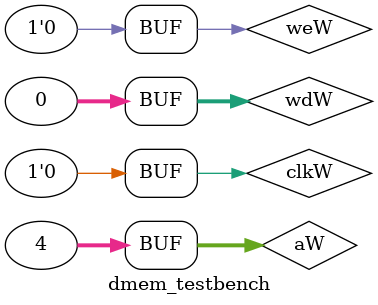
<source format=sv>

module dmem(
		input logic clk, we,
		input logic [31:0] a, wd,
		output logic [31:0] rd
	);

	logic reset = 1;

	logic [31:0] RAM[63:0];
	assign rd = RAM[a[31:2]]; // word aligned

	always_ff @(posedge clk) begin
		if(reset) begin
			reset <= 0;
			for(int i = 0; i < 64; i++)
				RAM[i] <= 0;
		end
		if (we) RAM[a[31:2]] <= wd;
	end
endmodule

module dmem_testbench;

		logic clkW;
		logic weW;
		logic [31:0] aW;
		logic [31:0] wdW;
		logic [31:0] rdW;


	dmem memoria_dat(
		.clk(clkW), 
		.we(weW),
		.a(aW), 
		.wd(wdW),
		.rd(rdW)
	);


initial begin
	weW <=1; aW <= 4; wdW <= 123; #10; aW <= 8; wdW <= 80; #10 weW <=0; #5; wdW<=0; aW <=4; #10;
end

always begin
	clkW <= 1; #5; clkW <= 0; #5;
end

endmodule
</source>
